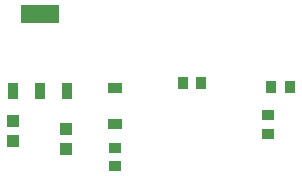
<source format=gbr>
%TF.GenerationSoftware,KiCad,Pcbnew,5.1.10*%
%TF.CreationDate,2021-11-16T14:47:03-07:00*%
%TF.ProjectId,L0003-Wheatstone-Bridge,4c303030-332d-4576-9865-617473746f6e,rev?*%
%TF.SameCoordinates,Original*%
%TF.FileFunction,Paste,Top*%
%TF.FilePolarity,Positive*%
%FSLAX46Y46*%
G04 Gerber Fmt 4.6, Leading zero omitted, Abs format (unit mm)*
G04 Created by KiCad (PCBNEW 5.1.10) date 2021-11-16 14:47:03*
%MOMM*%
%LPD*%
G01*
G04 APERTURE LIST*
%ADD10C,0.100000*%
%ADD11R,0.889000X1.473200*%
%ADD12R,1.000000X1.100000*%
%ADD13R,1.295400X0.965200*%
%ADD14R,1.020000X0.940000*%
%ADD15R,0.940000X1.020000*%
G04 APERTURE END LIST*
D10*
%TO.C,U1*%
G36*
X111048800Y-77020400D02*
G01*
X107899200Y-77020400D01*
X107899200Y-78493600D01*
X111048800Y-78493600D01*
X111048800Y-77020400D01*
G37*
X111048800Y-77020400D02*
X107899200Y-77020400D01*
X107899200Y-78493600D01*
X111048800Y-78493600D01*
X111048800Y-77020400D01*
%TD*%
D11*
%TO.C,U1*%
X111774000Y-84295000D03*
X109474000Y-84295000D03*
X107174000Y-84295000D03*
%TD*%
D12*
%TO.C,C1*%
X107218480Y-88586680D03*
X107218480Y-86886680D03*
%TD*%
D13*
%TO.C,D1*%
X115824000Y-87122000D03*
X115824000Y-84074000D03*
%TD*%
D14*
%TO.C,R1*%
X115824000Y-89126000D03*
X115824000Y-90706000D03*
%TD*%
%TO.C,R3*%
X128778000Y-86357400D03*
X128778000Y-87937400D03*
%TD*%
D15*
%TO.C,R4*%
X123154500Y-83629500D03*
X121574500Y-83629500D03*
%TD*%
%TO.C,R5*%
X129042100Y-83997800D03*
X130622100Y-83997800D03*
%TD*%
D12*
%TO.C,C2*%
X111719360Y-89252160D03*
X111719360Y-87552160D03*
%TD*%
M02*

</source>
